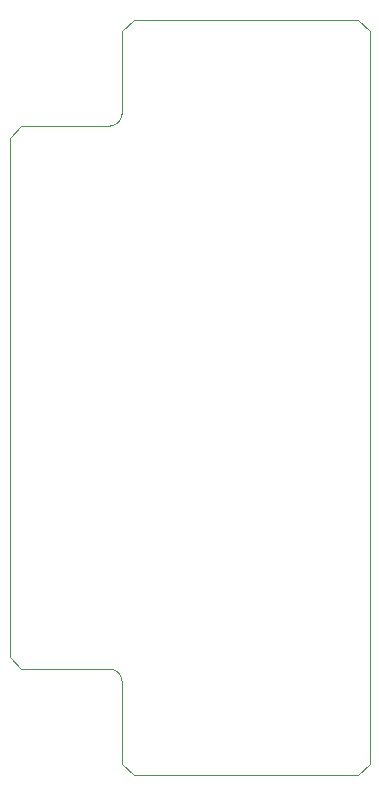
<source format=gbr>
%TF.GenerationSoftware,KiCad,Pcbnew,9.0.2*%
%TF.CreationDate,2025-07-21T23:22:41-07:00*%
%TF.ProjectId,servo-drive,73657276-6f2d-4647-9269-76652e6b6963,rev?*%
%TF.SameCoordinates,Original*%
%TF.FileFunction,Profile,NP*%
%FSLAX46Y46*%
G04 Gerber Fmt 4.6, Leading zero omitted, Abs format (unit mm)*
G04 Created by KiCad (PCBNEW 9.0.2) date 2025-07-21 23:22:41*
%MOMM*%
%LPD*%
G01*
G04 APERTURE LIST*
%TA.AperFunction,Profile*%
%ADD10C,0.100000*%
%TD*%
G04 APERTURE END LIST*
D10*
X132000000Y-75500000D02*
X133000000Y-74500000D01*
X153000000Y-137500000D02*
X152000000Y-138500000D01*
X152000000Y-138500000D02*
X133000000Y-138500000D01*
X152000000Y-74500000D02*
X153000000Y-75500000D01*
X132000000Y-82500000D02*
X132000000Y-75500000D01*
X122500000Y-128500000D02*
X122500000Y-84500000D01*
X122500000Y-84500000D02*
X123500000Y-83500000D01*
X131000000Y-129500000D02*
X123500000Y-129500000D01*
X132000000Y-82500000D02*
G75*
G02*
X131000000Y-83500000I-1000000J0D01*
G01*
X123500000Y-83500000D02*
X131000000Y-83500000D01*
X132000000Y-137500000D02*
X132000000Y-130500000D01*
X153000000Y-75500000D02*
X153000000Y-137500000D01*
X133000000Y-74500000D02*
X152000000Y-74500000D01*
X133000000Y-138500000D02*
X132000000Y-137500000D01*
X123500000Y-129500000D02*
X122500000Y-128500000D01*
X131000000Y-129500000D02*
G75*
G02*
X132000000Y-130500000I0J-1000000D01*
G01*
M02*

</source>
